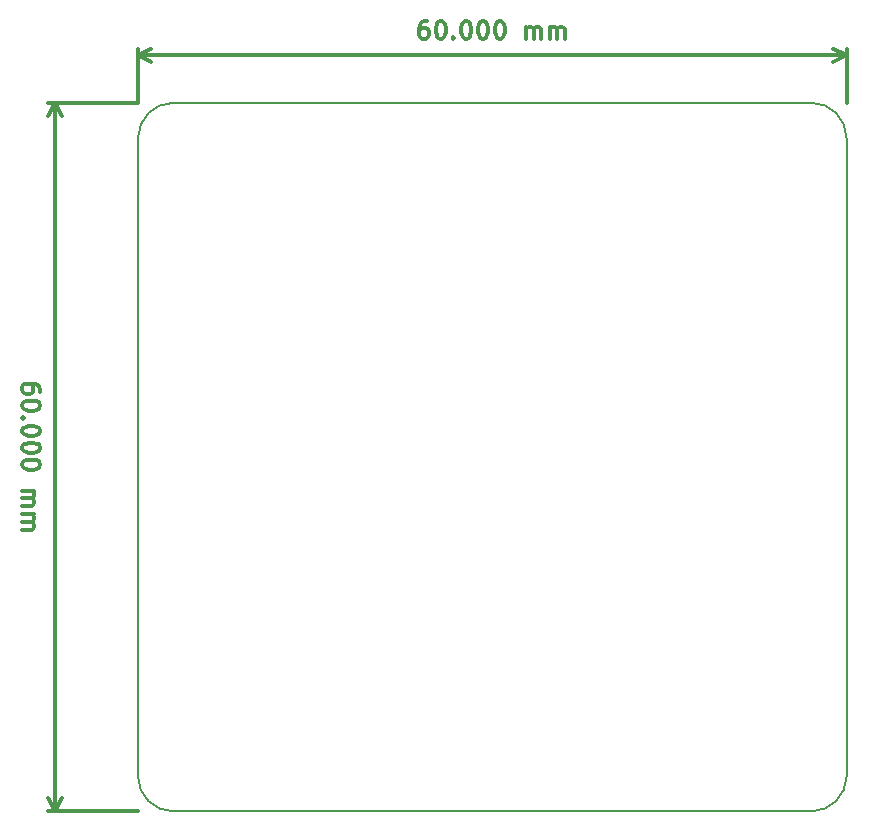
<source format=gbr>
%TF.GenerationSoftware,KiCad,Pcbnew,(5.0.1-3-g963ef8bb5)*%
%TF.CreationDate,2020-02-23T21:28:54+01:00*%
%TF.ProjectId,ethersweep,657468657273776565702E6B69636164,rev?*%
%TF.SameCoordinates,Original*%
%TF.FileFunction,Drawing*%
%FSLAX46Y46*%
G04 Gerber Fmt 4.6, Leading zero omitted, Abs format (unit mm)*
G04 Created by KiCad (PCBNEW (5.0.1-3-g963ef8bb5)) date 2020 February 23, Sunday 21:28:54*
%MOMM*%
%LPD*%
G01*
G04 APERTURE LIST*
%ADD10C,0.150000*%
%ADD11C,0.200000*%
%ADD12C,0.300000*%
G04 APERTURE END LIST*
D10*
X84500000Y-72500000D02*
G75*
G02X87500000Y-69500000I3000000J0D01*
G01*
X87500000Y-129500000D02*
G75*
G02X84500000Y-126500000I0J3000000D01*
G01*
X144500000Y-126500000D02*
G75*
G02X141500000Y-129500000I-3000000J0D01*
G01*
X141500000Y-69500000D02*
G75*
G02X144500000Y-72500000I0J-3000000D01*
G01*
D11*
X84500000Y-126500000D02*
X84500000Y-72500000D01*
X141500000Y-129500000D02*
X87500000Y-129500000D01*
X144500000Y-72500000D02*
X144500000Y-126500000D01*
X87500000Y-69500000D02*
X141500000Y-69500000D01*
D12*
X76221428Y-94000000D02*
X76221428Y-93714285D01*
X76150000Y-93571428D01*
X76078571Y-93500000D01*
X75864285Y-93357142D01*
X75578571Y-93285714D01*
X75007142Y-93285714D01*
X74864285Y-93357142D01*
X74792857Y-93428571D01*
X74721428Y-93571428D01*
X74721428Y-93857142D01*
X74792857Y-94000000D01*
X74864285Y-94071428D01*
X75007142Y-94142857D01*
X75364285Y-94142857D01*
X75507142Y-94071428D01*
X75578571Y-94000000D01*
X75650000Y-93857142D01*
X75650000Y-93571428D01*
X75578571Y-93428571D01*
X75507142Y-93357142D01*
X75364285Y-93285714D01*
X76221428Y-95071428D02*
X76221428Y-95214285D01*
X76150000Y-95357142D01*
X76078571Y-95428571D01*
X75935714Y-95500000D01*
X75650000Y-95571428D01*
X75292857Y-95571428D01*
X75007142Y-95500000D01*
X74864285Y-95428571D01*
X74792857Y-95357142D01*
X74721428Y-95214285D01*
X74721428Y-95071428D01*
X74792857Y-94928571D01*
X74864285Y-94857142D01*
X75007142Y-94785714D01*
X75292857Y-94714285D01*
X75650000Y-94714285D01*
X75935714Y-94785714D01*
X76078571Y-94857142D01*
X76150000Y-94928571D01*
X76221428Y-95071428D01*
X74864285Y-96214285D02*
X74792857Y-96285714D01*
X74721428Y-96214285D01*
X74792857Y-96142857D01*
X74864285Y-96214285D01*
X74721428Y-96214285D01*
X76221428Y-97214285D02*
X76221428Y-97357142D01*
X76150000Y-97500000D01*
X76078571Y-97571428D01*
X75935714Y-97642857D01*
X75650000Y-97714285D01*
X75292857Y-97714285D01*
X75007142Y-97642857D01*
X74864285Y-97571428D01*
X74792857Y-97500000D01*
X74721428Y-97357142D01*
X74721428Y-97214285D01*
X74792857Y-97071428D01*
X74864285Y-97000000D01*
X75007142Y-96928571D01*
X75292857Y-96857142D01*
X75650000Y-96857142D01*
X75935714Y-96928571D01*
X76078571Y-97000000D01*
X76150000Y-97071428D01*
X76221428Y-97214285D01*
X76221428Y-98642857D02*
X76221428Y-98785714D01*
X76150000Y-98928571D01*
X76078571Y-99000000D01*
X75935714Y-99071428D01*
X75650000Y-99142857D01*
X75292857Y-99142857D01*
X75007142Y-99071428D01*
X74864285Y-99000000D01*
X74792857Y-98928571D01*
X74721428Y-98785714D01*
X74721428Y-98642857D01*
X74792857Y-98500000D01*
X74864285Y-98428571D01*
X75007142Y-98357142D01*
X75292857Y-98285714D01*
X75650000Y-98285714D01*
X75935714Y-98357142D01*
X76078571Y-98428571D01*
X76150000Y-98500000D01*
X76221428Y-98642857D01*
X76221428Y-100071428D02*
X76221428Y-100214285D01*
X76150000Y-100357142D01*
X76078571Y-100428571D01*
X75935714Y-100500000D01*
X75650000Y-100571428D01*
X75292857Y-100571428D01*
X75007142Y-100500000D01*
X74864285Y-100428571D01*
X74792857Y-100357142D01*
X74721428Y-100214285D01*
X74721428Y-100071428D01*
X74792857Y-99928571D01*
X74864285Y-99857142D01*
X75007142Y-99785714D01*
X75292857Y-99714285D01*
X75650000Y-99714285D01*
X75935714Y-99785714D01*
X76078571Y-99857142D01*
X76150000Y-99928571D01*
X76221428Y-100071428D01*
X74721428Y-102357142D02*
X75721428Y-102357142D01*
X75578571Y-102357142D02*
X75650000Y-102428571D01*
X75721428Y-102571428D01*
X75721428Y-102785714D01*
X75650000Y-102928571D01*
X75507142Y-103000000D01*
X74721428Y-103000000D01*
X75507142Y-103000000D02*
X75650000Y-103071428D01*
X75721428Y-103214285D01*
X75721428Y-103428571D01*
X75650000Y-103571428D01*
X75507142Y-103642857D01*
X74721428Y-103642857D01*
X74721428Y-104357142D02*
X75721428Y-104357142D01*
X75578571Y-104357142D02*
X75650000Y-104428571D01*
X75721428Y-104571428D01*
X75721428Y-104785714D01*
X75650000Y-104928571D01*
X75507142Y-105000000D01*
X74721428Y-105000000D01*
X75507142Y-105000000D02*
X75650000Y-105071428D01*
X75721428Y-105214285D01*
X75721428Y-105428571D01*
X75650000Y-105571428D01*
X75507142Y-105642857D01*
X74721428Y-105642857D01*
X77500000Y-69500000D02*
X77500000Y-129500000D01*
X84500000Y-69500000D02*
X76913579Y-69500000D01*
X84500000Y-129500000D02*
X76913579Y-129500000D01*
X77500000Y-129500000D02*
X76913579Y-128373496D01*
X77500000Y-129500000D02*
X78086421Y-128373496D01*
X77500000Y-69500000D02*
X76913579Y-70626504D01*
X77500000Y-69500000D02*
X78086421Y-70626504D01*
X109000000Y-62578571D02*
X108714285Y-62578571D01*
X108571428Y-62650000D01*
X108500000Y-62721428D01*
X108357142Y-62935714D01*
X108285714Y-63221428D01*
X108285714Y-63792857D01*
X108357142Y-63935714D01*
X108428571Y-64007142D01*
X108571428Y-64078571D01*
X108857142Y-64078571D01*
X109000000Y-64007142D01*
X109071428Y-63935714D01*
X109142857Y-63792857D01*
X109142857Y-63435714D01*
X109071428Y-63292857D01*
X109000000Y-63221428D01*
X108857142Y-63150000D01*
X108571428Y-63150000D01*
X108428571Y-63221428D01*
X108357142Y-63292857D01*
X108285714Y-63435714D01*
X110071428Y-62578571D02*
X110214285Y-62578571D01*
X110357142Y-62650000D01*
X110428571Y-62721428D01*
X110500000Y-62864285D01*
X110571428Y-63150000D01*
X110571428Y-63507142D01*
X110500000Y-63792857D01*
X110428571Y-63935714D01*
X110357142Y-64007142D01*
X110214285Y-64078571D01*
X110071428Y-64078571D01*
X109928571Y-64007142D01*
X109857142Y-63935714D01*
X109785714Y-63792857D01*
X109714285Y-63507142D01*
X109714285Y-63150000D01*
X109785714Y-62864285D01*
X109857142Y-62721428D01*
X109928571Y-62650000D01*
X110071428Y-62578571D01*
X111214285Y-63935714D02*
X111285714Y-64007142D01*
X111214285Y-64078571D01*
X111142857Y-64007142D01*
X111214285Y-63935714D01*
X111214285Y-64078571D01*
X112214285Y-62578571D02*
X112357142Y-62578571D01*
X112500000Y-62650000D01*
X112571428Y-62721428D01*
X112642857Y-62864285D01*
X112714285Y-63150000D01*
X112714285Y-63507142D01*
X112642857Y-63792857D01*
X112571428Y-63935714D01*
X112500000Y-64007142D01*
X112357142Y-64078571D01*
X112214285Y-64078571D01*
X112071428Y-64007142D01*
X112000000Y-63935714D01*
X111928571Y-63792857D01*
X111857142Y-63507142D01*
X111857142Y-63150000D01*
X111928571Y-62864285D01*
X112000000Y-62721428D01*
X112071428Y-62650000D01*
X112214285Y-62578571D01*
X113642857Y-62578571D02*
X113785714Y-62578571D01*
X113928571Y-62650000D01*
X114000000Y-62721428D01*
X114071428Y-62864285D01*
X114142857Y-63150000D01*
X114142857Y-63507142D01*
X114071428Y-63792857D01*
X114000000Y-63935714D01*
X113928571Y-64007142D01*
X113785714Y-64078571D01*
X113642857Y-64078571D01*
X113500000Y-64007142D01*
X113428571Y-63935714D01*
X113357142Y-63792857D01*
X113285714Y-63507142D01*
X113285714Y-63150000D01*
X113357142Y-62864285D01*
X113428571Y-62721428D01*
X113500000Y-62650000D01*
X113642857Y-62578571D01*
X115071428Y-62578571D02*
X115214285Y-62578571D01*
X115357142Y-62650000D01*
X115428571Y-62721428D01*
X115500000Y-62864285D01*
X115571428Y-63150000D01*
X115571428Y-63507142D01*
X115500000Y-63792857D01*
X115428571Y-63935714D01*
X115357142Y-64007142D01*
X115214285Y-64078571D01*
X115071428Y-64078571D01*
X114928571Y-64007142D01*
X114857142Y-63935714D01*
X114785714Y-63792857D01*
X114714285Y-63507142D01*
X114714285Y-63150000D01*
X114785714Y-62864285D01*
X114857142Y-62721428D01*
X114928571Y-62650000D01*
X115071428Y-62578571D01*
X117357142Y-64078571D02*
X117357142Y-63078571D01*
X117357142Y-63221428D02*
X117428571Y-63150000D01*
X117571428Y-63078571D01*
X117785714Y-63078571D01*
X117928571Y-63150000D01*
X118000000Y-63292857D01*
X118000000Y-64078571D01*
X118000000Y-63292857D02*
X118071428Y-63150000D01*
X118214285Y-63078571D01*
X118428571Y-63078571D01*
X118571428Y-63150000D01*
X118642857Y-63292857D01*
X118642857Y-64078571D01*
X119357142Y-64078571D02*
X119357142Y-63078571D01*
X119357142Y-63221428D02*
X119428571Y-63150000D01*
X119571428Y-63078571D01*
X119785714Y-63078571D01*
X119928571Y-63150000D01*
X120000000Y-63292857D01*
X120000000Y-64078571D01*
X120000000Y-63292857D02*
X120071428Y-63150000D01*
X120214285Y-63078571D01*
X120428571Y-63078571D01*
X120571428Y-63150000D01*
X120642857Y-63292857D01*
X120642857Y-64078571D01*
X84500000Y-65500000D02*
X144500000Y-65500000D01*
X84500000Y-69500000D02*
X84500000Y-64913579D01*
X144500000Y-69500000D02*
X144500000Y-64913579D01*
X144500000Y-65500000D02*
X143373496Y-66086421D01*
X144500000Y-65500000D02*
X143373496Y-64913579D01*
X84500000Y-65500000D02*
X85626504Y-66086421D01*
X84500000Y-65500000D02*
X85626504Y-64913579D01*
M02*

</source>
